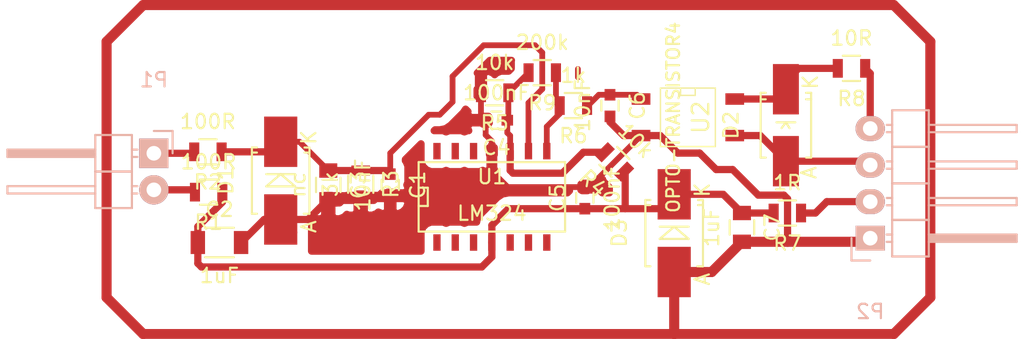
<source format=kicad_pcb>
(kicad_pcb (version 4) (host pcbnew "(2014-10-31 BZR 5243)-product")

  (general
    (links 41)
    (no_connects 0)
    (area 0 0 0 0)
    (thickness 1.6)
    (drawings 0)
    (tracks 134)
    (zones 0)
    (modules 23)
    (nets 13)
  )

  (page A4)
  (layers
    (0 F.Cu signal)
    (31 B.Cu signal)
    (32 B.Adhes user)
    (33 F.Adhes user)
    (34 B.Paste user)
    (35 F.Paste user)
    (36 B.SilkS user)
    (37 F.SilkS user)
    (38 B.Mask user)
    (39 F.Mask user)
    (40 Dwgs.User user)
    (41 Cmts.User user)
    (42 Eco1.User user)
    (43 Eco2.User user)
    (44 Edge.Cuts user)
    (45 Margin user)
    (46 B.CrtYd user)
    (47 F.CrtYd user)
    (48 B.Fab user)
    (49 F.Fab user)
  )

  (setup
    (last_trace_width 0.4)
    (user_trace_width 0.3)
    (user_trace_width 0.4)
    (user_trace_width 0.5)
    (user_trace_width 0.6)
    (user_trace_width 0.7)
    (user_trace_width 0.8)
    (user_trace_width 1)
    (trace_clearance 0.254)
    (zone_clearance 0.6)
    (zone_45_only no)
    (trace_min 0.254)
    (segment_width 0.2)
    (edge_width 0.1)
    (via_size 0.889)
    (via_drill 0.635)
    (via_min_size 0.889)
    (via_min_drill 0.508)
    (uvia_size 0.508)
    (uvia_drill 0.127)
    (uvias_allowed no)
    (uvia_min_size 0.508)
    (uvia_min_drill 0.127)
    (pcb_text_width 0.3)
    (pcb_text_size 1.5 1.5)
    (mod_edge_width 0.15)
    (mod_text_size 1 1)
    (mod_text_width 0.15)
    (pad_size 1.5 1.5)
    (pad_drill 0.6)
    (pad_to_mask_clearance 0)
    (aux_axis_origin 0 0)
    (visible_elements FFFFFF7F)
    (pcbplotparams
      (layerselection 0x00000_00000001)
      (usegerberextensions false)
      (excludeedgelayer true)
      (linewidth 0.100000)
      (plotframeref false)
      (viasonmask false)
      (mode 1)
      (useauxorigin false)
      (hpglpennumber 1)
      (hpglpenspeed 20)
      (hpglpendiameter 15)
      (hpglpenoverlay 2)
      (psnegative false)
      (psa4output true)
      (plotreference true)
      (plotvalue true)
      (plotinvisibletext false)
      (padsonsilk false)
      (subtractmaskfromsilk false)
      (outputformat 2)
      (mirror true)
      (drillshape 1)
      (scaleselection 1)
      (outputdirectory ""))
  )

  (net 0 "")
  (net 1 "Net-(C1-Pad1)")
  (net 2 GND)
  (net 3 +12V)
  (net 4 "Net-(C4-Pad1)")
  (net 5 "Net-(D2-Pad2)")
  (net 6 "Net-(P1-Pad2)")
  (net 7 "Net-(P1-Pad1)")
  (net 8 "Net-(D2-Pad1)")
  (net 9 "Net-(P2-Pad2)")
  (net 10 "Net-(P2-Pad4)")
  (net 11 "Net-(R6-Pad2)")
  (net 12 "Net-(C6-Pad1)")

  (net_class Default "Dies ist die voreingestellte Netzklasse."
    (clearance 0.254)
    (trace_width 0.254)
    (via_dia 0.889)
    (via_drill 0.635)
    (uvia_dia 0.508)
    (uvia_drill 0.127)
    (add_net +12V)
    (add_net "Net-(C6-Pad1)")
    (add_net "Net-(D2-Pad1)")
    (add_net "Net-(D2-Pad2)")
    (add_net "Net-(P1-Pad1)")
    (add_net "Net-(P1-Pad2)")
    (add_net "Net-(P2-Pad2)")
    (add_net "Net-(P2-Pad4)")
    (add_net "Net-(R6-Pad2)")
  )

  (net_class 1 ""
    (clearance 0.18)
    (trace_width 0.254)
    (via_dia 0.889)
    (via_drill 0.635)
    (uvia_dia 0.508)
    (uvia_drill 0.127)
    (add_net GND)
    (add_net "Net-(C1-Pad1)")
    (add_net "Net-(C4-Pad1)")
  )

  (module Capacitors_SMD:C_0603 (layer F.Cu) (tedit 5415D631) (tstamp 54ED0A4D)
    (at 116.2 101.4 270)
    (descr "Capacitor SMD 0603, reflow soldering, AVX (see smccp.pdf)")
    (tags "capacitor 0603")
    (path /54ECF4A0)
    (attr smd)
    (fp_text reference C1 (at 0 -1.9 270) (layer F.SilkS)
      (effects (font (size 1 1) (thickness 0.15)))
    )
    (fp_text value 10nF (at 0 1.9 270) (layer F.SilkS)
      (effects (font (size 1 1) (thickness 0.15)))
    )
    (fp_line (start -1.45 -0.75) (end 1.45 -0.75) (layer F.CrtYd) (width 0.05))
    (fp_line (start -1.45 0.75) (end 1.45 0.75) (layer F.CrtYd) (width 0.05))
    (fp_line (start -1.45 -0.75) (end -1.45 0.75) (layer F.CrtYd) (width 0.05))
    (fp_line (start 1.45 -0.75) (end 1.45 0.75) (layer F.CrtYd) (width 0.05))
    (fp_line (start -0.35 -0.6) (end 0.35 -0.6) (layer F.SilkS) (width 0.15))
    (fp_line (start 0.35 0.6) (end -0.35 0.6) (layer F.SilkS) (width 0.15))
    (pad 1 smd rect (at -0.75 0 270) (size 0.8 0.75) (layers F.Cu F.Paste F.Mask)
      (net 1 "Net-(C1-Pad1)"))
    (pad 2 smd rect (at 0.75 0 270) (size 0.8 0.75) (layers F.Cu F.Paste F.Mask)
      (net 2 GND))
    (model Capacitors_SMD/C_0603.wrl
      (at (xyz 0 0 0))
      (scale (xyz 1 1 1))
      (rotate (xyz 0 0 0))
    )
  )

  (module Capacitors_SMD:C_1206 (layer F.Cu) (tedit 5415D7BD) (tstamp 54ED0A53)
    (at 104.35 105.4)
    (descr "Capacitor SMD 1206, reflow soldering, AVX (see smccp.pdf)")
    (tags "capacitor 1206")
    (path /54ECF9A2)
    (attr smd)
    (fp_text reference C2 (at 0 -2.3) (layer F.SilkS)
      (effects (font (size 1 1) (thickness 0.15)))
    )
    (fp_text value 1uF (at 0 2.3) (layer F.SilkS)
      (effects (font (size 1 1) (thickness 0.15)))
    )
    (fp_line (start -2.3 -1.15) (end 2.3 -1.15) (layer F.CrtYd) (width 0.05))
    (fp_line (start -2.3 1.15) (end 2.3 1.15) (layer F.CrtYd) (width 0.05))
    (fp_line (start -2.3 -1.15) (end -2.3 1.15) (layer F.CrtYd) (width 0.05))
    (fp_line (start 2.3 -1.15) (end 2.3 1.15) (layer F.CrtYd) (width 0.05))
    (fp_line (start 1 -1.025) (end -1 -1.025) (layer F.SilkS) (width 0.15))
    (fp_line (start -1 1.025) (end 1 1.025) (layer F.SilkS) (width 0.15))
    (pad 1 smd rect (at -1.5 0) (size 1 1.6) (layers F.Cu F.Paste F.Mask)
      (net 3 +12V))
    (pad 2 smd rect (at 1.5 0) (size 1 1.6) (layers F.Cu F.Paste F.Mask)
      (net 2 GND))
    (model Capacitors_SMD/C_1206.wrl
      (at (xyz 0 0 0))
      (scale (xyz 1 1 1))
      (rotate (xyz 0 0 0))
    )
  )

  (module Capacitors_SMD:C_0805 (layer F.Cu) (tedit 5415D6EA) (tstamp 54ED0A59)
    (at 111.9 101.4 270)
    (descr "Capacitor SMD 0805, reflow soldering, AVX (see smccp.pdf)")
    (tags "capacitor 0805")
    (path /54ECF4BF)
    (attr smd)
    (fp_text reference C3 (at 0 -2.1 270) (layer F.SilkS)
      (effects (font (size 1 1) (thickness 0.15)))
    )
    (fp_text value nc (at 0 2.1 270) (layer F.SilkS)
      (effects (font (size 1 1) (thickness 0.15)))
    )
    (fp_line (start -1.8 -1) (end 1.8 -1) (layer F.CrtYd) (width 0.05))
    (fp_line (start -1.8 1) (end 1.8 1) (layer F.CrtYd) (width 0.05))
    (fp_line (start -1.8 -1) (end -1.8 1) (layer F.CrtYd) (width 0.05))
    (fp_line (start 1.8 -1) (end 1.8 1) (layer F.CrtYd) (width 0.05))
    (fp_line (start 0.5 -0.85) (end -0.5 -0.85) (layer F.SilkS) (width 0.15))
    (fp_line (start -0.5 0.85) (end 0.5 0.85) (layer F.SilkS) (width 0.15))
    (pad 1 smd rect (at -1 0 270) (size 1 1.25) (layers F.Cu F.Paste F.Mask)
      (net 1 "Net-(C1-Pad1)"))
    (pad 2 smd rect (at 1 0 270) (size 1 1.25) (layers F.Cu F.Paste F.Mask)
      (net 2 GND))
    (model Capacitors_SMD/C_0805.wrl
      (at (xyz 0 0 0))
      (scale (xyz 1 1 1))
      (rotate (xyz 0 0 0))
    )
  )

  (module Capacitors_SMD:C_0603 (layer F.Cu) (tedit 5415D631) (tstamp 54ED0A5F)
    (at 123.571 96.901 180)
    (descr "Capacitor SMD 0603, reflow soldering, AVX (see smccp.pdf)")
    (tags "capacitor 0603")
    (path /54ECFED6)
    (attr smd)
    (fp_text reference C4 (at 0 -1.9 180) (layer F.SilkS)
      (effects (font (size 1 1) (thickness 0.15)))
    )
    (fp_text value 100nF (at 0 1.9 180) (layer F.SilkS)
      (effects (font (size 1 1) (thickness 0.15)))
    )
    (fp_line (start -1.45 -0.75) (end 1.45 -0.75) (layer F.CrtYd) (width 0.05))
    (fp_line (start -1.45 0.75) (end 1.45 0.75) (layer F.CrtYd) (width 0.05))
    (fp_line (start -1.45 -0.75) (end -1.45 0.75) (layer F.CrtYd) (width 0.05))
    (fp_line (start 1.45 -0.75) (end 1.45 0.75) (layer F.CrtYd) (width 0.05))
    (fp_line (start -0.35 -0.6) (end 0.35 -0.6) (layer F.SilkS) (width 0.15))
    (fp_line (start 0.35 0.6) (end -0.35 0.6) (layer F.SilkS) (width 0.15))
    (pad 1 smd rect (at -0.75 0 180) (size 0.8 0.75) (layers F.Cu F.Paste F.Mask)
      (net 4 "Net-(C4-Pad1)"))
    (pad 2 smd rect (at 0.75 0 180) (size 0.8 0.75) (layers F.Cu F.Paste F.Mask)
      (net 2 GND))
    (model Capacitors_SMD/C_0603.wrl
      (at (xyz 0 0 0))
      (scale (xyz 1 1 1))
      (rotate (xyz 0 0 0))
    )
  )

  (module Capacitors_SMD:C_0603 (layer F.Cu) (tedit 5415D631) (tstamp 54F1DEF8)
    (at 129.7 102.3 90)
    (descr "Capacitor SMD 0603, reflow soldering, AVX (see smccp.pdf)")
    (tags "capacitor 0603")
    (path /54ED187B)
    (attr smd)
    (fp_text reference C5 (at 0 -1.9 90) (layer F.SilkS)
      (effects (font (size 1 1) (thickness 0.15)))
    )
    (fp_text value 100nF (at 0 1.9 90) (layer F.SilkS)
      (effects (font (size 1 1) (thickness 0.15)))
    )
    (fp_line (start -1.45 -0.75) (end 1.45 -0.75) (layer F.CrtYd) (width 0.05))
    (fp_line (start -1.45 0.75) (end 1.45 0.75) (layer F.CrtYd) (width 0.05))
    (fp_line (start -1.45 -0.75) (end -1.45 0.75) (layer F.CrtYd) (width 0.05))
    (fp_line (start 1.45 -0.75) (end 1.45 0.75) (layer F.CrtYd) (width 0.05))
    (fp_line (start -0.35 -0.6) (end 0.35 -0.6) (layer F.SilkS) (width 0.15))
    (fp_line (start 0.35 0.6) (end -0.35 0.6) (layer F.SilkS) (width 0.15))
    (pad 1 smd rect (at -0.75 0 90) (size 0.8 0.75) (layers F.Cu F.Paste F.Mask)
      (net 3 +12V))
    (pad 2 smd rect (at 0.75 0 90) (size 0.8 0.75) (layers F.Cu F.Paste F.Mask)
      (net 2 GND))
    (model Capacitors_SMD/C_0603.wrl
      (at (xyz 0 0 0))
      (scale (xyz 1 1 1))
      (rotate (xyz 0 0 0))
    )
  )

  (module Capacitors_SMD:C_0805 (layer F.Cu) (tedit 5415D6EA) (tstamp 54ED0A71)
    (at 140.6 104.35 270)
    (descr "Capacitor SMD 0805, reflow soldering, AVX (see smccp.pdf)")
    (tags "capacitor 0805")
    (path /54ED0B4D)
    (attr smd)
    (fp_text reference C7 (at 0 -2.1 270) (layer F.SilkS)
      (effects (font (size 1 1) (thickness 0.15)))
    )
    (fp_text value 1uF (at 0 2.1 270) (layer F.SilkS)
      (effects (font (size 1 1) (thickness 0.15)))
    )
    (fp_line (start -1.8 -1) (end 1.8 -1) (layer F.CrtYd) (width 0.05))
    (fp_line (start -1.8 1) (end 1.8 1) (layer F.CrtYd) (width 0.05))
    (fp_line (start -1.8 -1) (end -1.8 1) (layer F.CrtYd) (width 0.05))
    (fp_line (start 1.8 -1) (end 1.8 1) (layer F.CrtYd) (width 0.05))
    (fp_line (start 0.5 -0.85) (end -0.5 -0.85) (layer F.SilkS) (width 0.15))
    (fp_line (start -0.5 0.85) (end 0.5 0.85) (layer F.SilkS) (width 0.15))
    (pad 1 smd rect (at -1 0 270) (size 1 1.25) (layers F.Cu F.Paste F.Mask)
      (net 3 +12V))
    (pad 2 smd rect (at 1 0 270) (size 1 1.25) (layers F.Cu F.Paste F.Mask)
      (net 2 GND))
    (model Capacitors_SMD/C_0805.wrl
      (at (xyz 0 0 0))
      (scale (xyz 1 1 1))
      (rotate (xyz 0 0 0))
    )
  )

  (module Diodes_SMD:Diode-SMB_Handsoldering (layer F.Cu) (tedit 54ED0A11) (tstamp 54ED0A77)
    (at 108.6 101.1 90)
    (descr "Diode SMB Handsoldering")
    (tags "Diode SMB Handsoldering")
    (path /54ECF4E8)
    (attr smd)
    (fp_text reference D1 (at 0 -3.81 90) (layer F.SilkS)
      (effects (font (size 1 1) (thickness 0.15)))
    )
    (fp_text value ZENER_15V (at 0 3.81 90) (layer F.SilkS) hide
      (effects (font (size 1 1) (thickness 0.15)))
    )
    (fp_line (start 0.44958 0) (end -0.39878 -1.00076) (layer F.SilkS) (width 0.15))
    (fp_line (start -0.39878 -1.00076) (end -0.39878 1.00076) (layer F.SilkS) (width 0.15))
    (fp_line (start -0.39878 1.00076) (end 0.44958 0) (layer F.SilkS) (width 0.15))
    (fp_line (start 0.44958 0) (end 0.44958 1.00076) (layer F.SilkS) (width 0.15))
    (fp_line (start 0.44958 0) (end 0.44958 -1.00076) (layer F.SilkS) (width 0.15))
    (fp_text user A (at -3.2004 1.95072 90) (layer F.SilkS)
      (effects (font (size 1 1) (thickness 0.15)))
    )
    (fp_text user K (at 2.99974 1.95072 90) (layer F.SilkS)
      (effects (font (size 1 1) (thickness 0.15)))
    )
    (fp_line (start -2.30124 1.75006) (end -2.30124 1.6002) (layer F.SilkS) (width 0.15))
    (fp_line (start 1.95072 1.75006) (end 1.95072 1.651) (layer F.SilkS) (width 0.15))
    (fp_line (start 2.30124 1.75006) (end 2.30124 1.651) (layer F.SilkS) (width 0.15))
    (fp_line (start -2.30124 -1.75006) (end -2.30124 -1.651) (layer F.SilkS) (width 0.15))
    (fp_line (start 1.95072 -1.75006) (end 1.95072 -1.651) (layer F.SilkS) (width 0.15))
    (fp_line (start 2.30124 -1.75006) (end 2.30124 -1.651) (layer F.SilkS) (width 0.15))
    (fp_line (start 1.95072 1.99898) (end 1.95072 1.80086) (layer F.SilkS) (width 0.15))
    (fp_line (start 1.95072 -1.99898) (end 1.95072 -1.80086) (layer F.SilkS) (width 0.15))
    (fp_line (start 2.29616 1.99644) (end 2.29616 1.79832) (layer F.SilkS) (width 0.15))
    (fp_line (start -2.30632 1.99644) (end 2.29616 1.99644) (layer F.SilkS) (width 0.15))
    (fp_line (start -2.30632 1.99644) (end -2.30632 1.79832) (layer F.SilkS) (width 0.15))
    (fp_line (start -2.30124 -1.99898) (end -2.30124 -1.80086) (layer F.SilkS) (width 0.15))
    (fp_line (start -2.30124 -1.99898) (end 2.30124 -1.99898) (layer F.SilkS) (width 0.15))
    (fp_line (start 2.30124 -1.99898) (end 2.30124 -1.80086) (layer F.SilkS) (width 0.15))
    (pad 1 smd rect (at -2.70002 0 90) (size 3.50012 2.30124) (layers F.Cu F.Paste F.Mask)
      (net 2 GND))
    (pad 2 smd rect (at 2.70002 0 90) (size 3.50012 2.30124) (layers F.Cu F.Paste F.Mask)
      (net 1 "Net-(C1-Pad1)"))
    (model Diodes_SMD/Diode-SMB_Handsoldering.wrl
      (at (xyz 0 0 0))
      (scale (xyz 0.3937 0.3937 0.3937))
      (rotate (xyz 0 0 0))
    )
  )

  (module Diodes_SMD:Diode-SMA_Handsoldering (layer F.Cu) (tedit 5403E4F0) (tstamp 54ED0A7D)
    (at 143.65 97.25 90)
    (descr "Diode SMA Handsoldering")
    (tags "Diode SMA Handsoldering")
    (path /54F1DF54)
    (attr smd)
    (fp_text reference D2 (at 0 -3.81 90) (layer F.SilkS)
      (effects (font (size 1 1) (thickness 0.15)))
    )
    (fp_text value ZENER_15V (at 0 3.81 90) (layer F.SilkS) hide
      (effects (font (size 1 1) (thickness 0.15)))
    )
    (fp_line (start 0.20066 -0.65024) (end 0.20066 0.65024) (layer F.SilkS) (width 0.15))
    (fp_line (start 0.20066 0) (end -0.20066 0.24892) (layer F.SilkS) (width 0.15))
    (fp_line (start 0.20066 0) (end -0.20066 -0.29972) (layer F.SilkS) (width 0.15))
    (fp_text user A (at -3.29946 1.6002 90) (layer F.SilkS)
      (effects (font (size 1 1) (thickness 0.15)))
    )
    (fp_text user K (at 2.99974 1.69926 90) (layer F.SilkS)
      (effects (font (size 1 1) (thickness 0.15)))
    )
    (fp_line (start 1.80086 1.75006) (end 1.80086 1.39954) (layer F.SilkS) (width 0.15))
    (fp_line (start 1.80086 -1.75006) (end 1.80086 -1.39954) (layer F.SilkS) (width 0.15))
    (fp_line (start 2.25044 1.75006) (end 2.25044 1.39954) (layer F.SilkS) (width 0.15))
    (fp_line (start -2.25044 1.75006) (end -2.25044 1.39954) (layer F.SilkS) (width 0.15))
    (fp_line (start -2.25044 -1.75006) (end -2.25044 -1.39954) (layer F.SilkS) (width 0.15))
    (fp_line (start 2.25044 -1.75006) (end 2.25044 -1.39954) (layer F.SilkS) (width 0.15))
    (fp_line (start -2.25044 1.75006) (end 2.25044 1.75006) (layer F.SilkS) (width 0.15))
    (fp_line (start -2.25044 -1.75006) (end 2.25044 -1.75006) (layer F.SilkS) (width 0.15))
    (pad 1 smd rect (at -2.49936 0 90) (size 3.50012 1.80086) (layers F.Cu F.Paste F.Mask)
      (net 8 "Net-(D2-Pad1)"))
    (pad 2 smd rect (at 2.49936 0 90) (size 3.50012 1.80086) (layers F.Cu F.Paste F.Mask)
      (net 5 "Net-(D2-Pad2)"))
    (model Diodes_SMD/Diode-SMA_Handsoldering.wrl
      (at (xyz 0 0 0))
      (scale (xyz 0.3937 0.3937 0.3937))
      (rotate (xyz 0 0 0))
    )
  )

  (module Diodes_SMD:Diode-SMB_Handsoldering (layer F.Cu) (tedit 54ED0A11) (tstamp 54F1DA54)
    (at 135.9 104.75 90)
    (descr "Diode SMB Handsoldering")
    (tags "Diode SMB Handsoldering")
    (path /54ED0D5B)
    (attr smd)
    (fp_text reference D3 (at 0 -3.81 90) (layer F.SilkS)
      (effects (font (size 1 1) (thickness 0.15)))
    )
    (fp_text value ZENER_18V (at 0 3.81 90) (layer F.SilkS) hide
      (effects (font (size 1 1) (thickness 0.15)))
    )
    (fp_line (start 0.44958 0) (end -0.39878 -1.00076) (layer F.SilkS) (width 0.15))
    (fp_line (start -0.39878 -1.00076) (end -0.39878 1.00076) (layer F.SilkS) (width 0.15))
    (fp_line (start -0.39878 1.00076) (end 0.44958 0) (layer F.SilkS) (width 0.15))
    (fp_line (start 0.44958 0) (end 0.44958 1.00076) (layer F.SilkS) (width 0.15))
    (fp_line (start 0.44958 0) (end 0.44958 -1.00076) (layer F.SilkS) (width 0.15))
    (fp_text user A (at -3.2004 1.95072 90) (layer F.SilkS)
      (effects (font (size 1 1) (thickness 0.15)))
    )
    (fp_text user K (at 2.99974 1.95072 90) (layer F.SilkS)
      (effects (font (size 1 1) (thickness 0.15)))
    )
    (fp_line (start -2.30124 1.75006) (end -2.30124 1.6002) (layer F.SilkS) (width 0.15))
    (fp_line (start 1.95072 1.75006) (end 1.95072 1.651) (layer F.SilkS) (width 0.15))
    (fp_line (start 2.30124 1.75006) (end 2.30124 1.651) (layer F.SilkS) (width 0.15))
    (fp_line (start -2.30124 -1.75006) (end -2.30124 -1.651) (layer F.SilkS) (width 0.15))
    (fp_line (start 1.95072 -1.75006) (end 1.95072 -1.651) (layer F.SilkS) (width 0.15))
    (fp_line (start 2.30124 -1.75006) (end 2.30124 -1.651) (layer F.SilkS) (width 0.15))
    (fp_line (start 1.95072 1.99898) (end 1.95072 1.80086) (layer F.SilkS) (width 0.15))
    (fp_line (start 1.95072 -1.99898) (end 1.95072 -1.80086) (layer F.SilkS) (width 0.15))
    (fp_line (start 2.29616 1.99644) (end 2.29616 1.79832) (layer F.SilkS) (width 0.15))
    (fp_line (start -2.30632 1.99644) (end 2.29616 1.99644) (layer F.SilkS) (width 0.15))
    (fp_line (start -2.30632 1.99644) (end -2.30632 1.79832) (layer F.SilkS) (width 0.15))
    (fp_line (start -2.30124 -1.99898) (end -2.30124 -1.80086) (layer F.SilkS) (width 0.15))
    (fp_line (start -2.30124 -1.99898) (end 2.30124 -1.99898) (layer F.SilkS) (width 0.15))
    (fp_line (start 2.30124 -1.99898) (end 2.30124 -1.80086) (layer F.SilkS) (width 0.15))
    (pad 1 smd rect (at -2.70002 0 90) (size 3.50012 2.30124) (layers F.Cu F.Paste F.Mask)
      (net 2 GND))
    (pad 2 smd rect (at 2.70002 0 90) (size 3.50012 2.30124) (layers F.Cu F.Paste F.Mask)
      (net 3 +12V))
    (model Diodes_SMD/Diode-SMB_Handsoldering.wrl
      (at (xyz 0 0 0))
      (scale (xyz 0.3937 0.3937 0.3937))
      (rotate (xyz 0 0 0))
    )
  )

  (module Resistors_SMD:R_0805 (layer F.Cu) (tedit 5415CDEB) (tstamp 54ED0A89)
    (at 103.6 101.9 180)
    (descr "Resistor SMD 0805, reflow soldering, Vishay (see dcrcw.pdf)")
    (tags "resistor 0805")
    (path /54ECF831)
    (attr smd)
    (fp_text reference R1 (at 0 -2.1 180) (layer F.SilkS)
      (effects (font (size 1 1) (thickness 0.15)))
    )
    (fp_text value 100R (at 0 2.1 180) (layer F.SilkS)
      (effects (font (size 1 1) (thickness 0.15)))
    )
    (fp_line (start -1.6 -1) (end 1.6 -1) (layer F.CrtYd) (width 0.05))
    (fp_line (start -1.6 1) (end 1.6 1) (layer F.CrtYd) (width 0.05))
    (fp_line (start -1.6 -1) (end -1.6 1) (layer F.CrtYd) (width 0.05))
    (fp_line (start 1.6 -1) (end 1.6 1) (layer F.CrtYd) (width 0.05))
    (fp_line (start 0.6 0.875) (end -0.6 0.875) (layer F.SilkS) (width 0.15))
    (fp_line (start -0.6 -0.875) (end 0.6 -0.875) (layer F.SilkS) (width 0.15))
    (pad 1 smd rect (at -0.95 0 180) (size 0.7 1.3) (layers F.Cu F.Paste F.Mask)
      (net 3 +12V))
    (pad 2 smd rect (at 0.95 0 180) (size 0.7 1.3) (layers F.Cu F.Paste F.Mask)
      (net 6 "Net-(P1-Pad2)"))
    (model Resistors_SMD/R_0805.wrl
      (at (xyz 0 0 0))
      (scale (xyz 1 1 1))
      (rotate (xyz 0 0 0))
    )
  )

  (module Resistors_SMD:R_0805 (layer F.Cu) (tedit 5415CDEB) (tstamp 54ED0A8F)
    (at 103.55 99.1 180)
    (descr "Resistor SMD 0805, reflow soldering, Vishay (see dcrcw.pdf)")
    (tags "resistor 0805")
    (path /54ECF5EE)
    (attr smd)
    (fp_text reference R2 (at 0 -2.1 180) (layer F.SilkS)
      (effects (font (size 1 1) (thickness 0.15)))
    )
    (fp_text value 100R (at 0 2.1 180) (layer F.SilkS)
      (effects (font (size 1 1) (thickness 0.15)))
    )
    (fp_line (start -1.6 -1) (end 1.6 -1) (layer F.CrtYd) (width 0.05))
    (fp_line (start -1.6 1) (end 1.6 1) (layer F.CrtYd) (width 0.05))
    (fp_line (start -1.6 -1) (end -1.6 1) (layer F.CrtYd) (width 0.05))
    (fp_line (start 1.6 -1) (end 1.6 1) (layer F.CrtYd) (width 0.05))
    (fp_line (start 0.6 0.875) (end -0.6 0.875) (layer F.SilkS) (width 0.15))
    (fp_line (start -0.6 -0.875) (end 0.6 -0.875) (layer F.SilkS) (width 0.15))
    (pad 1 smd rect (at -0.95 0 180) (size 0.7 1.3) (layers F.Cu F.Paste F.Mask)
      (net 1 "Net-(C1-Pad1)"))
    (pad 2 smd rect (at 0.95 0 180) (size 0.7 1.3) (layers F.Cu F.Paste F.Mask)
      (net 7 "Net-(P1-Pad1)"))
    (model Resistors_SMD/R_0805.wrl
      (at (xyz 0 0 0))
      (scale (xyz 1 1 1))
      (rotate (xyz 0 0 0))
    )
  )

  (module Resistors_SMD:R_0805 (layer F.Cu) (tedit 5415CDEB) (tstamp 54ED0A95)
    (at 114.15 101.35 270)
    (descr "Resistor SMD 0805, reflow soldering, Vishay (see dcrcw.pdf)")
    (tags "resistor 0805")
    (path /54ECF43D)
    (attr smd)
    (fp_text reference R3 (at 0 -2.1 270) (layer F.SilkS)
      (effects (font (size 1 1) (thickness 0.15)))
    )
    (fp_text value 3k (at 0 2.1 270) (layer F.SilkS)
      (effects (font (size 1 1) (thickness 0.15)))
    )
    (fp_line (start -1.6 -1) (end 1.6 -1) (layer F.CrtYd) (width 0.05))
    (fp_line (start -1.6 1) (end 1.6 1) (layer F.CrtYd) (width 0.05))
    (fp_line (start -1.6 -1) (end -1.6 1) (layer F.CrtYd) (width 0.05))
    (fp_line (start 1.6 -1) (end 1.6 1) (layer F.CrtYd) (width 0.05))
    (fp_line (start 0.6 0.875) (end -0.6 0.875) (layer F.SilkS) (width 0.15))
    (fp_line (start -0.6 -0.875) (end 0.6 -0.875) (layer F.SilkS) (width 0.15))
    (pad 1 smd rect (at -0.95 0 270) (size 0.7 1.3) (layers F.Cu F.Paste F.Mask)
      (net 1 "Net-(C1-Pad1)"))
    (pad 2 smd rect (at 0.95 0 270) (size 0.7 1.3) (layers F.Cu F.Paste F.Mask)
      (net 2 GND))
    (model Resistors_SMD/R_0805.wrl
      (at (xyz 0 0 0))
      (scale (xyz 1 1 1))
      (rotate (xyz 0 0 0))
    )
  )

  (module Resistors_SMD:R_0805 (layer F.Cu) (tedit 5415CDEB) (tstamp 54ED0A9B)
    (at 131.75 99.8 135)
    (descr "Resistor SMD 0805, reflow soldering, Vishay (see dcrcw.pdf)")
    (tags "resistor 0805")
    (path /54ECFD26)
    (attr smd)
    (fp_text reference R4 (at 0 -2.1 135) (layer F.SilkS)
      (effects (font (size 1 1) (thickness 0.15)))
    )
    (fp_text value 10k (at 0 2.1 135) (layer F.SilkS)
      (effects (font (size 1 1) (thickness 0.15)))
    )
    (fp_line (start -1.6 -1) (end 1.6 -1) (layer F.CrtYd) (width 0.05))
    (fp_line (start -1.6 1) (end 1.6 1) (layer F.CrtYd) (width 0.05))
    (fp_line (start -1.6 -1) (end -1.6 1) (layer F.CrtYd) (width 0.05))
    (fp_line (start 1.6 -1) (end 1.6 1) (layer F.CrtYd) (width 0.05))
    (fp_line (start 0.6 0.875) (end -0.6 0.875) (layer F.SilkS) (width 0.15))
    (fp_line (start -0.6 -0.875) (end 0.6 -0.875) (layer F.SilkS) (width 0.15))
    (pad 1 smd rect (at -0.95 0 135) (size 0.7 1.3) (layers F.Cu F.Paste F.Mask)
      (net 3 +12V))
    (pad 2 smd rect (at 0.95 0 135) (size 0.7 1.3) (layers F.Cu F.Paste F.Mask)
      (net 4 "Net-(C4-Pad1)"))
    (model Resistors_SMD/R_0805.wrl
      (at (xyz 0 0 0))
      (scale (xyz 1 1 1))
      (rotate (xyz 0 0 0))
    )
  )

  (module Resistors_SMD:R_0805 (layer F.Cu) (tedit 5415CDEB) (tstamp 54ED0AA1)
    (at 123.444 94.996 180)
    (descr "Resistor SMD 0805, reflow soldering, Vishay (see dcrcw.pdf)")
    (tags "resistor 0805")
    (path /54ECFE78)
    (attr smd)
    (fp_text reference R5 (at 0 -2.1 180) (layer F.SilkS)
      (effects (font (size 1 1) (thickness 0.15)))
    )
    (fp_text value 10k (at 0 2.1 180) (layer F.SilkS)
      (effects (font (size 1 1) (thickness 0.15)))
    )
    (fp_line (start -1.6 -1) (end 1.6 -1) (layer F.CrtYd) (width 0.05))
    (fp_line (start -1.6 1) (end 1.6 1) (layer F.CrtYd) (width 0.05))
    (fp_line (start -1.6 -1) (end -1.6 1) (layer F.CrtYd) (width 0.05))
    (fp_line (start 1.6 -1) (end 1.6 1) (layer F.CrtYd) (width 0.05))
    (fp_line (start 0.6 0.875) (end -0.6 0.875) (layer F.SilkS) (width 0.15))
    (fp_line (start -0.6 -0.875) (end 0.6 -0.875) (layer F.SilkS) (width 0.15))
    (pad 1 smd rect (at -0.95 0 180) (size 0.7 1.3) (layers F.Cu F.Paste F.Mask)
      (net 4 "Net-(C4-Pad1)"))
    (pad 2 smd rect (at 0.95 0 180) (size 0.7 1.3) (layers F.Cu F.Paste F.Mask)
      (net 2 GND))
    (model Resistors_SMD/R_0805.wrl
      (at (xyz 0 0 0))
      (scale (xyz 1 1 1))
      (rotate (xyz 0 0 0))
    )
  )

  (module Resistors_SMD:R_0805 (layer F.Cu) (tedit 5415CDEB) (tstamp 54ED0AA7)
    (at 128.905 95.885 180)
    (descr "Resistor SMD 0805, reflow soldering, Vishay (see dcrcw.pdf)")
    (tags "resistor 0805")
    (path /54ED0203)
    (attr smd)
    (fp_text reference R6 (at 0 -2.1 180) (layer F.SilkS)
      (effects (font (size 1 1) (thickness 0.15)))
    )
    (fp_text value 1k (at 0 2.1 180) (layer F.SilkS)
      (effects (font (size 1 1) (thickness 0.15)))
    )
    (fp_line (start -1.6 -1) (end 1.6 -1) (layer F.CrtYd) (width 0.05))
    (fp_line (start -1.6 1) (end 1.6 1) (layer F.CrtYd) (width 0.05))
    (fp_line (start -1.6 -1) (end -1.6 1) (layer F.CrtYd) (width 0.05))
    (fp_line (start 1.6 -1) (end 1.6 1) (layer F.CrtYd) (width 0.05))
    (fp_line (start 0.6 0.875) (end -0.6 0.875) (layer F.SilkS) (width 0.15))
    (fp_line (start -0.6 -0.875) (end 0.6 -0.875) (layer F.SilkS) (width 0.15))
    (pad 1 smd rect (at -0.95 0 180) (size 0.7 1.3) (layers F.Cu F.Paste F.Mask)
      (net 12 "Net-(C6-Pad1)"))
    (pad 2 smd rect (at 0.95 0 180) (size 0.7 1.3) (layers F.Cu F.Paste F.Mask)
      (net 11 "Net-(R6-Pad2)"))
    (model Resistors_SMD/R_0805.wrl
      (at (xyz 0 0 0))
      (scale (xyz 1 1 1))
      (rotate (xyz 0 0 0))
    )
  )

  (module Resistors_SMD:R_0805 (layer F.Cu) (tedit 5415CDEB) (tstamp 54ED0AAD)
    (at 143.75 103.35 180)
    (descr "Resistor SMD 0805, reflow soldering, Vishay (see dcrcw.pdf)")
    (tags "resistor 0805")
    (path /54ED0ABC)
    (attr smd)
    (fp_text reference R7 (at 0 -2.1 180) (layer F.SilkS)
      (effects (font (size 1 1) (thickness 0.15)))
    )
    (fp_text value 1R (at 0 2.1 180) (layer F.SilkS)
      (effects (font (size 1 1) (thickness 0.15)))
    )
    (fp_line (start -1.6 -1) (end 1.6 -1) (layer F.CrtYd) (width 0.05))
    (fp_line (start -1.6 1) (end 1.6 1) (layer F.CrtYd) (width 0.05))
    (fp_line (start -1.6 -1) (end -1.6 1) (layer F.CrtYd) (width 0.05))
    (fp_line (start 1.6 -1) (end 1.6 1) (layer F.CrtYd) (width 0.05))
    (fp_line (start 0.6 0.875) (end -0.6 0.875) (layer F.SilkS) (width 0.15))
    (fp_line (start -0.6 -0.875) (end 0.6 -0.875) (layer F.SilkS) (width 0.15))
    (pad 1 smd rect (at -0.95 0 180) (size 0.7 1.3) (layers F.Cu F.Paste F.Mask)
      (net 9 "Net-(P2-Pad2)"))
    (pad 2 smd rect (at 0.95 0 180) (size 0.7 1.3) (layers F.Cu F.Paste F.Mask)
      (net 3 +12V))
    (model Resistors_SMD/R_0805.wrl
      (at (xyz 0 0 0))
      (scale (xyz 1 1 1))
      (rotate (xyz 0 0 0))
    )
  )

  (module SMD_Packages:SOIC-14_N (layer F.Cu) (tedit 54ED0A11) (tstamp 54ED0ABF)
    (at 123.25 102.1)
    (descr "Module CMS SOJ 14 pins Large")
    (tags "CMS SOJ")
    (path /54F1FF3A)
    (attr smd)
    (fp_text reference U1 (at 0 -1.27) (layer F.SilkS)
      (effects (font (size 1 1) (thickness 0.15)))
    )
    (fp_text value LM324 (at 0 1.27) (layer F.SilkS)
      (effects (font (size 1 1) (thickness 0.15)))
    )
    (fp_line (start 5.08 -2.286) (end 5.08 2.54) (layer F.SilkS) (width 0.15))
    (fp_line (start 5.08 2.54) (end -5.08 2.54) (layer F.SilkS) (width 0.15))
    (fp_line (start -5.08 2.54) (end -5.08 -2.286) (layer F.SilkS) (width 0.15))
    (fp_line (start -5.08 -2.286) (end 5.08 -2.286) (layer F.SilkS) (width 0.15))
    (fp_line (start -5.08 -0.508) (end -4.445 -0.508) (layer F.SilkS) (width 0.15))
    (fp_line (start -4.445 -0.508) (end -4.445 0.762) (layer F.SilkS) (width 0.15))
    (fp_line (start -4.445 0.762) (end -5.08 0.762) (layer F.SilkS) (width 0.15))
    (pad 1 smd rect (at -3.81 3.302) (size 0.508 1.143) (layers F.Cu F.Paste F.Mask))
    (pad 2 smd rect (at -2.54 3.302) (size 0.508 1.143) (layers F.Cu F.Paste F.Mask))
    (pad 3 smd rect (at -1.27 3.302) (size 0.508 1.143) (layers F.Cu F.Paste F.Mask))
    (pad 4 smd rect (at 0 3.302) (size 0.508 1.143) (layers F.Cu F.Paste F.Mask)
      (net 3 +12V))
    (pad 5 smd rect (at 1.27 3.302) (size 0.508 1.143) (layers F.Cu F.Paste F.Mask))
    (pad 6 smd rect (at 2.54 3.302) (size 0.508 1.143) (layers F.Cu F.Paste F.Mask))
    (pad 7 smd rect (at 3.81 3.302) (size 0.508 1.143) (layers F.Cu F.Paste F.Mask))
    (pad 8 smd rect (at 3.81 -3.048) (size 0.508 1.143) (layers F.Cu F.Paste F.Mask)
      (net 11 "Net-(R6-Pad2)"))
    (pad 9 smd rect (at 2.54 -3.048) (size 0.508 1.143) (layers F.Cu F.Paste F.Mask)
      (net 1 "Net-(C1-Pad1)"))
    (pad 11 smd rect (at 0 -3.048) (size 0.508 1.143) (layers F.Cu F.Paste F.Mask)
      (net 2 GND))
    (pad 12 smd rect (at -1.27 -3.048) (size 0.508 1.143) (layers F.Cu F.Paste F.Mask))
    (pad 13 smd rect (at -2.54 -3.048) (size 0.508 1.143) (layers F.Cu F.Paste F.Mask))
    (pad 14 smd rect (at -3.81 -3.048) (size 0.508 1.143) (layers F.Cu F.Paste F.Mask))
    (pad 10 smd rect (at 1.27 -3.048) (size 0.508 1.143) (layers F.Cu F.Paste F.Mask)
      (net 4 "Net-(C4-Pad1)"))
    (model SMD_Packages/SOIC-14_N.wrl
      (at (xyz 0 0 0))
      (scale (xyz 0.5 0.4 0.5))
      (rotate (xyz 0 0 0))
    )
  )

  (module Pin_Headers:Pin_Header_Angled_1x02 (layer B.Cu) (tedit 54F1D6DD) (tstamp 54F1D73B)
    (at 99.8 99.2 180)
    (descr "Through hole pin header")
    (tags "pin header")
    (path /54ECF3C9)
    (fp_text reference P1 (at 0 5.1 180) (layer B.SilkS)
      (effects (font (size 1 1) (thickness 0.15)) (justify mirror))
    )
    (fp_text value "Anschluss Kantentaster" (at 0 3.1 180) (layer B.SilkS) hide
      (effects (font (size 1 1) (thickness 0.15)) (justify mirror))
    )
    (fp_line (start -1.5 1.75) (end -1.5 -4.3) (layer B.CrtYd) (width 0.05))
    (fp_line (start 10.65 1.75) (end 10.65 -4.3) (layer B.CrtYd) (width 0.05))
    (fp_line (start -1.5 1.75) (end 10.65 1.75) (layer B.CrtYd) (width 0.05))
    (fp_line (start -1.5 -4.3) (end 10.65 -4.3) (layer B.CrtYd) (width 0.05))
    (fp_line (start -1.3 1.55) (end -1.3 0) (layer B.SilkS) (width 0.15))
    (fp_line (start 0 1.55) (end -1.3 1.55) (layer B.SilkS) (width 0.15))
    (fp_line (start 4.191 0.127) (end 10.033 0.127) (layer B.SilkS) (width 0.15))
    (fp_line (start 10.033 0.127) (end 10.033 -0.127) (layer B.SilkS) (width 0.15))
    (fp_line (start 10.033 -0.127) (end 4.191 -0.127) (layer B.SilkS) (width 0.15))
    (fp_line (start 4.191 -0.127) (end 4.191 0) (layer B.SilkS) (width 0.15))
    (fp_line (start 4.191 0) (end 10.033 0) (layer B.SilkS) (width 0.15))
    (fp_line (start 1.524 0.254) (end 1.143 0.254) (layer B.SilkS) (width 0.15))
    (fp_line (start 1.524 -0.254) (end 1.143 -0.254) (layer B.SilkS) (width 0.15))
    (fp_line (start 1.524 -2.286) (end 1.143 -2.286) (layer B.SilkS) (width 0.15))
    (fp_line (start 1.524 -2.794) (end 1.143 -2.794) (layer B.SilkS) (width 0.15))
    (fp_line (start 1.524 1.27) (end 4.064 1.27) (layer B.SilkS) (width 0.15))
    (fp_line (start 1.524 -1.27) (end 4.064 -1.27) (layer B.SilkS) (width 0.15))
    (fp_line (start 1.524 -1.27) (end 1.524 -3.81) (layer B.SilkS) (width 0.15))
    (fp_line (start 1.524 -3.81) (end 4.064 -3.81) (layer B.SilkS) (width 0.15))
    (fp_line (start 4.064 -2.286) (end 10.16 -2.286) (layer B.SilkS) (width 0.15))
    (fp_line (start 10.16 -2.286) (end 10.16 -2.794) (layer B.SilkS) (width 0.15))
    (fp_line (start 10.16 -2.794) (end 4.064 -2.794) (layer B.SilkS) (width 0.15))
    (fp_line (start 4.064 -3.81) (end 4.064 -1.27) (layer B.SilkS) (width 0.15))
    (fp_line (start 4.064 -1.27) (end 4.064 1.27) (layer B.SilkS) (width 0.15))
    (fp_line (start 10.16 -0.254) (end 4.064 -0.254) (layer B.SilkS) (width 0.15))
    (fp_line (start 10.16 0.254) (end 10.16 -0.254) (layer B.SilkS) (width 0.15))
    (fp_line (start 4.064 0.254) (end 10.16 0.254) (layer B.SilkS) (width 0.15))
    (fp_line (start 1.524 -1.27) (end 4.064 -1.27) (layer B.SilkS) (width 0.15))
    (fp_line (start 1.524 1.27) (end 1.524 -1.27) (layer B.SilkS) (width 0.15))
    (pad 1 thru_hole rect (at 0 0 180) (size 2.032 2.032) (drill 1.016) (layers *.Cu *.Mask B.SilkS)
      (net 7 "Net-(P1-Pad1)"))
    (pad 2 thru_hole oval (at 0 -2.54 180) (size 2.032 2.032) (drill 1.016) (layers *.Cu *.Mask B.SilkS)
      (net 6 "Net-(P1-Pad2)"))
    (model Pin_Headers/Pin_Header_Angled_1x02.wrl
      (at (xyz 0 -0.05 0))
      (scale (xyz 1 1 1))
      (rotate (xyz 0 0 90))
    )
  )

  (module Pin_Headers:Pin_Header_Angled_1x04 (layer B.Cu) (tedit 54F1D6DD) (tstamp 54F1D743)
    (at 149.5 105.1)
    (descr "Through hole pin header")
    (tags "pin header")
    (path /54F1D48A)
    (fp_text reference P2 (at 0 5.1) (layer B.SilkS)
      (effects (font (size 1 1) (thickness 0.15)) (justify mirror))
    )
    (fp_text value CONN_01X04 (at 0 3.1) (layer B.SilkS) hide
      (effects (font (size 1 1) (thickness 0.15)) (justify mirror))
    )
    (fp_line (start -1.5 1.75) (end -1.5 -9.4) (layer B.CrtYd) (width 0.05))
    (fp_line (start 10.65 1.75) (end 10.65 -9.4) (layer B.CrtYd) (width 0.05))
    (fp_line (start -1.5 1.75) (end 10.65 1.75) (layer B.CrtYd) (width 0.05))
    (fp_line (start -1.5 -9.4) (end 10.65 -9.4) (layer B.CrtYd) (width 0.05))
    (fp_line (start -1.3 1.55) (end -1.3 0) (layer B.SilkS) (width 0.15))
    (fp_line (start 0 1.55) (end -1.3 1.55) (layer B.SilkS) (width 0.15))
    (fp_line (start 4.191 0.127) (end 10.033 0.127) (layer B.SilkS) (width 0.15))
    (fp_line (start 10.033 0.127) (end 10.033 -0.127) (layer B.SilkS) (width 0.15))
    (fp_line (start 10.033 -0.127) (end 4.191 -0.127) (layer B.SilkS) (width 0.15))
    (fp_line (start 4.191 -0.127) (end 4.191 0) (layer B.SilkS) (width 0.15))
    (fp_line (start 4.191 0) (end 10.033 0) (layer B.SilkS) (width 0.15))
    (fp_line (start 1.524 0.254) (end 1.143 0.254) (layer B.SilkS) (width 0.15))
    (fp_line (start 1.524 -0.254) (end 1.143 -0.254) (layer B.SilkS) (width 0.15))
    (fp_line (start 1.524 -2.286) (end 1.143 -2.286) (layer B.SilkS) (width 0.15))
    (fp_line (start 1.524 -2.794) (end 1.143 -2.794) (layer B.SilkS) (width 0.15))
    (fp_line (start 1.524 -4.826) (end 1.143 -4.826) (layer B.SilkS) (width 0.15))
    (fp_line (start 1.524 -5.334) (end 1.143 -5.334) (layer B.SilkS) (width 0.15))
    (fp_line (start 1.524 -7.874) (end 1.143 -7.874) (layer B.SilkS) (width 0.15))
    (fp_line (start 1.524 -7.366) (end 1.143 -7.366) (layer B.SilkS) (width 0.15))
    (fp_line (start 1.524 1.27) (end 4.064 1.27) (layer B.SilkS) (width 0.15))
    (fp_line (start 1.524 -1.27) (end 4.064 -1.27) (layer B.SilkS) (width 0.15))
    (fp_line (start 1.524 -1.27) (end 1.524 -3.81) (layer B.SilkS) (width 0.15))
    (fp_line (start 1.524 -3.81) (end 4.064 -3.81) (layer B.SilkS) (width 0.15))
    (fp_line (start 4.064 -2.286) (end 10.16 -2.286) (layer B.SilkS) (width 0.15))
    (fp_line (start 10.16 -2.286) (end 10.16 -2.794) (layer B.SilkS) (width 0.15))
    (fp_line (start 10.16 -2.794) (end 4.064 -2.794) (layer B.SilkS) (width 0.15))
    (fp_line (start 4.064 -3.81) (end 4.064 -1.27) (layer B.SilkS) (width 0.15))
    (fp_line (start 4.064 -1.27) (end 4.064 1.27) (layer B.SilkS) (width 0.15))
    (fp_line (start 10.16 -0.254) (end 4.064 -0.254) (layer B.SilkS) (width 0.15))
    (fp_line (start 10.16 0.254) (end 10.16 -0.254) (layer B.SilkS) (width 0.15))
    (fp_line (start 4.064 0.254) (end 10.16 0.254) (layer B.SilkS) (width 0.15))
    (fp_line (start 1.524 -1.27) (end 4.064 -1.27) (layer B.SilkS) (width 0.15))
    (fp_line (start 1.524 1.27) (end 1.524 -1.27) (layer B.SilkS) (width 0.15))
    (fp_line (start 1.524 -6.35) (end 4.064 -6.35) (layer B.SilkS) (width 0.15))
    (fp_line (start 1.524 -6.35) (end 1.524 -8.89) (layer B.SilkS) (width 0.15))
    (fp_line (start 1.524 -8.89) (end 4.064 -8.89) (layer B.SilkS) (width 0.15))
    (fp_line (start 4.064 -7.366) (end 10.16 -7.366) (layer B.SilkS) (width 0.15))
    (fp_line (start 10.16 -7.366) (end 10.16 -7.874) (layer B.SilkS) (width 0.15))
    (fp_line (start 10.16 -7.874) (end 4.064 -7.874) (layer B.SilkS) (width 0.15))
    (fp_line (start 4.064 -8.89) (end 4.064 -6.35) (layer B.SilkS) (width 0.15))
    (fp_line (start 4.064 -6.35) (end 4.064 -3.81) (layer B.SilkS) (width 0.15))
    (fp_line (start 10.16 -5.334) (end 4.064 -5.334) (layer B.SilkS) (width 0.15))
    (fp_line (start 10.16 -4.826) (end 10.16 -5.334) (layer B.SilkS) (width 0.15))
    (fp_line (start 4.064 -4.826) (end 10.16 -4.826) (layer B.SilkS) (width 0.15))
    (fp_line (start 1.524 -6.35) (end 4.064 -6.35) (layer B.SilkS) (width 0.15))
    (fp_line (start 1.524 -3.81) (end 1.524 -6.35) (layer B.SilkS) (width 0.15))
    (fp_line (start 1.524 -3.81) (end 4.064 -3.81) (layer B.SilkS) (width 0.15))
    (pad 1 thru_hole rect (at 0 0) (size 2.032 1.7272) (drill 1.016) (layers *.Cu *.Mask B.SilkS)
      (net 2 GND))
    (pad 2 thru_hole oval (at 0 -2.54) (size 2.032 1.7272) (drill 1.016) (layers *.Cu *.Mask B.SilkS)
      (net 9 "Net-(P2-Pad2)"))
    (pad 3 thru_hole oval (at 0 -5.08) (size 2.032 1.7272) (drill 1.016) (layers *.Cu *.Mask B.SilkS)
      (net 8 "Net-(D2-Pad1)"))
    (pad 4 thru_hole oval (at 0 -7.62) (size 2.032 1.7272) (drill 1.016) (layers *.Cu *.Mask B.SilkS)
      (net 10 "Net-(P2-Pad4)"))
    (model Pin_Headers/Pin_Header_Angled_1x04.wrl
      (at (xyz 0 -0.15 0))
      (scale (xyz 1 1 1))
      (rotate (xyz 0 0 90))
    )
  )

  (module Resistors_SMD:R_0805 (layer F.Cu) (tedit 5415CDEB) (tstamp 54F1D749)
    (at 148.2 93.3 180)
    (descr "Resistor SMD 0805, reflow soldering, Vishay (see dcrcw.pdf)")
    (tags "resistor 0805")
    (path /54F1DFD9)
    (attr smd)
    (fp_text reference R8 (at 0 -2.1 180) (layer F.SilkS)
      (effects (font (size 1 1) (thickness 0.15)))
    )
    (fp_text value 10R (at 0 2.1 180) (layer F.SilkS)
      (effects (font (size 1 1) (thickness 0.15)))
    )
    (fp_line (start -1.6 -1) (end 1.6 -1) (layer F.CrtYd) (width 0.05))
    (fp_line (start -1.6 1) (end 1.6 1) (layer F.CrtYd) (width 0.05))
    (fp_line (start -1.6 -1) (end -1.6 1) (layer F.CrtYd) (width 0.05))
    (fp_line (start 1.6 -1) (end 1.6 1) (layer F.CrtYd) (width 0.05))
    (fp_line (start 0.6 0.875) (end -0.6 0.875) (layer F.SilkS) (width 0.15))
    (fp_line (start -0.6 -0.875) (end 0.6 -0.875) (layer F.SilkS) (width 0.15))
    (pad 1 smd rect (at -0.95 0 180) (size 0.7 1.3) (layers F.Cu F.Paste F.Mask)
      (net 10 "Net-(P2-Pad4)"))
    (pad 2 smd rect (at 0.95 0 180) (size 0.7 1.3) (layers F.Cu F.Paste F.Mask)
      (net 5 "Net-(D2-Pad2)"))
    (model Resistors_SMD/R_0805.wrl
      (at (xyz 0 0 0))
      (scale (xyz 1 1 1))
      (rotate (xyz 0 0 0))
    )
  )

  (module toni:SO-4 (layer F.Cu) (tedit 4EF79EA1) (tstamp 54F1DA38)
    (at 136.85 96.7 270)
    (tags SO4)
    (path /54F1D78F)
    (attr smd)
    (fp_text reference U2 (at 0 -0.889 270) (layer F.SilkS)
      (effects (font (size 1.143 1.143) (thickness 0.1524)))
    )
    (fp_text value OPTO-TRANSISTOR4 (at 0 1.016 270) (layer F.SilkS)
      (effects (font (size 0.889 0.889) (thickness 0.1524)))
    )
    (fp_line (start -2.032 1.905) (end 2.032 1.905) (layer F.SilkS) (width 0.09906))
    (fp_line (start -2.032 -1.905) (end 2.032 -1.905) (layer F.SilkS) (width 0.09906))
    (fp_line (start 2.032 -1.905) (end 2.032 1.905) (layer F.SilkS) (width 0.09906))
    (fp_line (start -2.032 1.778) (end -2.032 1.905) (layer F.SilkS) (width 0.09906))
    (fp_line (start -2.032 -1.905) (end -2.032 1.778) (layer F.SilkS) (width 0.09906))
    (fp_line (start -2.032 -0.508) (end -1.524 -0.508) (layer F.SilkS) (width 0.09906))
    (fp_line (start -1.524 -0.508) (end -1.524 0.508) (layer F.SilkS) (width 0.09906))
    (fp_line (start -1.524 0.508) (end -2.032 0.508) (layer F.SilkS) (width 0.09906))
    (pad 2 smd rect (at 1.27 3.2512 270) (size 0.8001 1.30048) (layers F.Cu F.Paste F.Mask)
      (net 2 GND))
    (pad 1 smd rect (at -1.27 3.2512 270) (size 0.8001 1.30048) (layers F.Cu F.Paste F.Mask)
      (net 12 "Net-(C6-Pad1)"))
    (pad 4 smd rect (at -1.27 -3.2512 270) (size 0.8001 1.30048) (layers F.Cu F.Paste F.Mask)
      (net 5 "Net-(D2-Pad2)"))
    (pad 3 smd rect (at 1.27 -3.2512 270) (size 0.8001 1.30048) (layers F.Cu F.Paste F.Mask)
      (net 8 "Net-(D2-Pad1)"))
    (model smd/cms_so8.wrl
      (at (xyz 0 0 0))
      (scale (xyz 0.5 0.32 0.5))
      (rotate (xyz 0 0 0))
    )
  )

  (module Resistors_SMD:R_0805 (layer F.Cu) (tedit 5415CDEB) (tstamp 54F25BA3)
    (at 126.746 93.599 180)
    (descr "Resistor SMD 0805, reflow soldering, Vishay (see dcrcw.pdf)")
    (tags "resistor 0805")
    (path /54F25C8A)
    (attr smd)
    (fp_text reference R9 (at 0 -2.1 180) (layer F.SilkS)
      (effects (font (size 1 1) (thickness 0.15)))
    )
    (fp_text value 200k (at 0 2.1 180) (layer F.SilkS)
      (effects (font (size 1 1) (thickness 0.15)))
    )
    (fp_line (start -1.6 -1) (end 1.6 -1) (layer F.CrtYd) (width 0.05))
    (fp_line (start -1.6 1) (end 1.6 1) (layer F.CrtYd) (width 0.05))
    (fp_line (start -1.6 -1) (end -1.6 1) (layer F.CrtYd) (width 0.05))
    (fp_line (start 1.6 -1) (end 1.6 1) (layer F.CrtYd) (width 0.05))
    (fp_line (start 0.6 0.875) (end -0.6 0.875) (layer F.SilkS) (width 0.15))
    (fp_line (start -0.6 -0.875) (end 0.6 -0.875) (layer F.SilkS) (width 0.15))
    (pad 1 smd rect (at -0.95 0 180) (size 0.7 1.3) (layers F.Cu F.Paste F.Mask)
      (net 11 "Net-(R6-Pad2)"))
    (pad 2 smd rect (at 0.95 0 180) (size 0.7 1.3) (layers F.Cu F.Paste F.Mask)
      (net 4 "Net-(C4-Pad1)"))
    (model Resistors_SMD/R_0805.wrl
      (at (xyz 0 0 0))
      (scale (xyz 1 1 1))
      (rotate (xyz 0 0 0))
    )
  )

  (module Capacitors_SMD:C_0603 (layer F.Cu) (tedit 5415D631) (tstamp 54F84F0E)
    (at 131.445 95.885 270)
    (descr "Capacitor SMD 0603, reflow soldering, AVX (see smccp.pdf)")
    (tags "capacitor 0603")
    (path /54F850EE)
    (attr smd)
    (fp_text reference C6 (at 0 -1.9 270) (layer F.SilkS)
      (effects (font (size 1 1) (thickness 0.15)))
    )
    (fp_text value 10nF (at 0 1.9 270) (layer F.SilkS)
      (effects (font (size 1 1) (thickness 0.15)))
    )
    (fp_line (start -1.45 -0.75) (end 1.45 -0.75) (layer F.CrtYd) (width 0.05))
    (fp_line (start -1.45 0.75) (end 1.45 0.75) (layer F.CrtYd) (width 0.05))
    (fp_line (start -1.45 -0.75) (end -1.45 0.75) (layer F.CrtYd) (width 0.05))
    (fp_line (start 1.45 -0.75) (end 1.45 0.75) (layer F.CrtYd) (width 0.05))
    (fp_line (start -0.35 -0.6) (end 0.35 -0.6) (layer F.SilkS) (width 0.15))
    (fp_line (start 0.35 0.6) (end -0.35 0.6) (layer F.SilkS) (width 0.15))
    (pad 1 smd rect (at -0.75 0 270) (size 0.8 0.75) (layers F.Cu F.Paste F.Mask)
      (net 12 "Net-(C6-Pad1)"))
    (pad 2 smd rect (at 0.75 0 270) (size 0.8 0.75) (layers F.Cu F.Paste F.Mask)
      (net 2 GND))
    (model Capacitors_SMD/C_0603.wrl
      (at (xyz 0 0 0))
      (scale (xyz 1 1 1))
      (rotate (xyz 0 0 0))
    )
  )

  (segment (start 129.22 93.345) (end 129.22 93.919) (width 0.4) (layer F.Cu) (net 0))
  (segment (start 116.2 100.65) (end 116.2 99.192) (width 0.4) (layer F.Cu) (net 1) (status 400000))
  (segment (start 125.79 95.698) (end 125.79 99.052) (width 0.4) (layer F.Cu) (net 1) (tstamp 54F8ADC8) (status 800000))
  (segment (start 126.746 94.742) (end 125.79 95.698) (width 0.4) (layer F.Cu) (net 1) (tstamp 54F8ADC6))
  (segment (start 126.746 92.202) (end 126.746 94.742) (width 0.4) (layer F.Cu) (net 1) (tstamp 54F8ADC4))
  (segment (start 126.238 91.694) (end 126.746 92.202) (width 0.4) (layer F.Cu) (net 1) (tstamp 54F8ADC3))
  (segment (start 122.682 91.694) (end 126.238 91.694) (width 0.4) (layer F.Cu) (net 1) (tstamp 54F8ADC0))
  (segment (start 120.523 93.853) (end 122.682 91.694) (width 0.4) (layer F.Cu) (net 1) (tstamp 54F8ADBF))
  (segment (start 120.523 95.631) (end 120.523 93.853) (width 0.4) (layer F.Cu) (net 1) (tstamp 54F8ADBD))
  (segment (start 119.634 96.52) (end 120.523 95.631) (width 0.4) (layer F.Cu) (net 1) (tstamp 54F8ADBC))
  (segment (start 118.872 96.52) (end 119.634 96.52) (width 0.4) (layer F.Cu) (net 1) (tstamp 54F8ADBA))
  (segment (start 116.2 99.192) (end 118.872 96.52) (width 0.4) (layer F.Cu) (net 1) (tstamp 54F8ADB5))
  (segment (start 114.15 100.4) (end 115.95 100.4) (width 0.5) (layer F.Cu) (net 1))
  (segment (start 115.95 100.4) (end 116.2 100.65) (width 0.4) (layer F.Cu) (net 1) (tstamp 54F1E057))
  (segment (start 111.9 100.4) (end 114.15 100.4) (width 0.5) (layer F.Cu) (net 1))
  (segment (start 108.6 98.39998) (end 109.89998 98.39998) (width 0.4) (layer F.Cu) (net 1))
  (segment (start 109.89998 98.39998) (end 111.9 100.4) (width 0.4) (layer F.Cu) (net 1) (tstamp 54F1E052))
  (segment (start 104.5 99.1) (end 107.89998 99.1) (width 0.5) (layer F.Cu) (net 1))
  (segment (start 107.89998 99.1) (end 108.6 98.39998) (width 0.4) (layer F.Cu) (net 1) (tstamp 54F1E045))
  (segment (start 109.35 99.09998) (end 109.15 99.29998) (width 0.4) (layer F.Cu) (net 1) (tstamp 54F1DB08))
  (segment (start 122.821 96.901) (end 122.809 96.901) (width 0.4) (layer F.Cu) (net 2))
  (segment (start 122.809 96.901) (end 122.494 96.586) (width 0.4) (layer F.Cu) (net 2) (tstamp 54F8AD9E))
  (segment (start 122.494 96.586) (end 122.494 94.996) (width 0.4) (layer F.Cu) (net 2) (tstamp 54F8AD9F))
  (segment (start 123.25 99.052) (end 123.25 98.358) (width 0.4) (layer F.Cu) (net 2))
  (segment (start 122.821 97.929) (end 122.821 96.901) (width 0.4) (layer F.Cu) (net 2) (tstamp 54F8AD9B))
  (segment (start 123.25 98.358) (end 122.821 97.929) (width 0.4) (layer F.Cu) (net 2) (tstamp 54F8AD9A))
  (segment (start 135.9 107.45002) (end 135.9 111.75) (width 0.7) (layer F.Cu) (net 2))
  (segment (start 99.06 111.76) (end 135.89 111.76) (width 0.7) (layer F.Cu) (net 2) (tstamp 54F852C4))
  (segment (start 96.52 109.22) (end 99.06 111.76) (width 0.7) (layer F.Cu) (net 2) (tstamp 54F852C2))
  (segment (start 96.52 91.44) (end 96.52 109.22) (width 0.7) (layer F.Cu) (net 2) (tstamp 54F852B9))
  (segment (start 99.06 88.9) (end 96.52 91.44) (width 0.7) (layer F.Cu) (net 2) (tstamp 54F852B4))
  (segment (start 151.13 88.9) (end 99.06 88.9) (width 0.7) (layer F.Cu) (net 2) (tstamp 54F852AD))
  (segment (start 153.67 91.44) (end 151.13 88.9) (width 0.7) (layer F.Cu) (net 2) (tstamp 54F852AA))
  (segment (start 153.67 109.22) (end 153.67 91.44) (width 0.7) (layer F.Cu) (net 2) (tstamp 54F852A2))
  (segment (start 151.13 111.76) (end 153.67 109.22) (width 0.7) (layer F.Cu) (net 2) (tstamp 54F852A1))
  (segment (start 135.91 111.76) (end 151.13 111.76) (width 0.7) (layer F.Cu) (net 2) (tstamp 54F8529D))
  (segment (start 135.9 111.75) (end 135.91 111.76) (width 0.7) (layer F.Cu) (net 2) (tstamp 54F8529C))
  (segment (start 133.5988 97.97) (end 134.927 97.97) (width 0.5) (layer F.Cu) (net 2))
  (segment (start 143.764 102.362) (end 143.764 105.35) (width 0.5) (layer F.Cu) (net 2) (tstamp 54F8516E))
  (segment (start 143.51 102.108) (end 143.764 102.362) (width 0.5) (layer F.Cu) (net 2) (tstamp 54F8516D))
  (segment (start 141.732 102.108) (end 143.51 102.108) (width 0.5) (layer F.Cu) (net 2) (tstamp 54F85169))
  (segment (start 139.954 100.33) (end 141.732 102.108) (width 0.5) (layer F.Cu) (net 2) (tstamp 54F85167))
  (segment (start 138.811 100.33) (end 139.954 100.33) (width 0.5) (layer F.Cu) (net 2) (tstamp 54F85166))
  (segment (start 137.668 99.187) (end 138.811 100.33) (width 0.5) (layer F.Cu) (net 2) (tstamp 54F85164))
  (segment (start 136.144 99.187) (end 137.668 99.187) (width 0.5) (layer F.Cu) (net 2) (tstamp 54F85163))
  (segment (start 134.927 97.97) (end 136.144 99.187) (width 0.5) (layer F.Cu) (net 2) (tstamp 54F85161))
  (segment (start 143.764 105.35) (end 143.764 105.283) (width 0.5) (layer F.Cu) (net 2) (tstamp 54F85171))
  (segment (start 143.764 105.283) (end 143.764 105.35) (width 0.5) (layer F.Cu) (net 2) (tstamp 54F85176))
  (segment (start 131.445 96.635) (end 131.445 97.028) (width 0.5) (layer F.Cu) (net 2))
  (segment (start 131.445 97.028) (end 132.387 97.97) (width 0.5) (layer F.Cu) (net 2) (tstamp 54F85070))
  (segment (start 132.387 97.97) (end 133.5988 97.97) (width 0.5) (layer F.Cu) (net 2) (tstamp 54F85072))
  (segment (start 108.6 103.80002) (end 107.44998 103.80002) (width 0.5) (layer F.Cu) (net 2))
  (segment (start 107.44998 103.80002) (end 105.85 105.4) (width 0.5) (layer F.Cu) (net 2) (tstamp 54F1E1BC))
  (segment (start 108.6 103.80002) (end 110.49998 103.80002) (width 0.5) (layer F.Cu) (net 2))
  (segment (start 110.49998 103.80002) (end 111.9 102.4) (width 0.5) (layer F.Cu) (net 2) (tstamp 54F1E1B5))
  (segment (start 116.2 102.15) (end 121.35 102.15) (width 0.5) (layer F.Cu) (net 2))
  (segment (start 121.35 102.15) (end 123.25 100.25) (width 0.4) (layer F.Cu) (net 2) (tstamp 54F1E066))
  (segment (start 114.15 102.3) (end 116.05 102.3) (width 0.5) (layer F.Cu) (net 2))
  (segment (start 116.05 102.3) (end 116.2 102.15) (width 0.4) (layer F.Cu) (net 2) (tstamp 54F1E05D))
  (segment (start 111.9 102.4) (end 114.05 102.4) (width 0.5) (layer F.Cu) (net 2))
  (segment (start 114.05 102.4) (end 114.15 102.3) (width 0.4) (layer F.Cu) (net 2) (tstamp 54F1E05A))
  (segment (start 109.15 104.70002) (end 109.54998 104.70002) (width 0.4) (layer F.Cu) (net 2))
  (segment (start 129.7 101.55) (end 130.0188 101.55) (width 0.4) (layer F.Cu) (net 2))
  (segment (start 130.0188 101.55) (end 133.5988 97.97) (width 0.4) (layer F.Cu) (net 2) (tstamp 54F1DBAD))
  (segment (start 123.25 100.25) (end 123.25 100.45) (width 0.4) (layer F.Cu) (net 2))
  (segment (start 123.25 100.45) (end 124.35 101.55) (width 0.4) (layer F.Cu) (net 2) (tstamp 54F1DB71))
  (segment (start 124.35 101.55) (end 129.7 101.55) (width 0.4) (layer F.Cu) (net 2) (tstamp 54F1DB72))
  (segment (start 123.25 100.25) (end 123.25 99.052) (width 0.4) (layer F.Cu) (net 2) (tstamp 54F1DB6F))
  (segment (start 135.9 107.45002) (end 138.49998 107.45002) (width 0.7) (layer F.Cu) (net 2))
  (segment (start 138.49998 107.45002) (end 140.6 105.35) (width 0.7) (layer F.Cu) (net 2) (tstamp 54F1DAF1))
  (segment (start 140.6 105.35) (end 143.764 105.35) (width 0.7) (layer F.Cu) (net 2))
  (segment (start 143.764 105.35) (end 149.25 105.35) (width 0.7) (layer F.Cu) (net 2) (tstamp 54F85177))
  (segment (start 149.25 105.35) (end 149.5 105.1) (width 0.7) (layer F.Cu) (net 2) (tstamp 54F1DAE8))
  (segment (start 102.85 105.4) (end 102.85 106.85) (width 0.5) (layer F.Cu) (net 3))
  (segment (start 123.25 106.4) (end 123.25 105.402) (width 0.5) (layer F.Cu) (net 3) (tstamp 54F1E063))
  (segment (start 122.55 107.1) (end 123.25 106.4) (width 0.5) (layer F.Cu) (net 3) (tstamp 54F1E062))
  (segment (start 103.1 107.1) (end 122.55 107.1) (width 0.5) (layer F.Cu) (net 3) (tstamp 54F1E061))
  (segment (start 102.85 106.85) (end 103.1 107.1) (width 0.5) (layer F.Cu) (net 3) (tstamp 54F1E060))
  (segment (start 104.55 101.9) (end 104.55 102.6) (width 0.5) (layer F.Cu) (net 3))
  (segment (start 102.85 104.3) (end 102.85 105.4) (width 0.5) (layer F.Cu) (net 3) (tstamp 54F1E04C))
  (segment (start 104.55 102.6) (end 102.85 104.3) (width 0.5) (layer F.Cu) (net 3) (tstamp 54F1E04B))
  (segment (start 132.5 103.05) (end 132.5 100.55) (width 0.5) (layer F.Cu) (net 3))
  (segment (start 132.5 100.55) (end 132.421751 100.471751) (width 0.4) (layer F.Cu) (net 3) (tstamp 54F1DF5A))
  (segment (start 129.7 103.05) (end 132.5 103.05) (width 0.5) (layer F.Cu) (net 3))
  (segment (start 132.5 103.05) (end 134.89998 103.05) (width 0.5) (layer F.Cu) (net 3) (tstamp 54F1DF58))
  (segment (start 134.89998 103.05) (end 135.9 102.04998) (width 0.4) (layer F.Cu) (net 3) (tstamp 54F1DBB0))
  (segment (start 129.7 103.05) (end 124.4 103.05) (width 0.5) (layer F.Cu) (net 3))
  (segment (start 123.25 104.2) (end 123.25 105.402) (width 0.5) (layer F.Cu) (net 3) (tstamp 54F1DB7C))
  (segment (start 124.4 103.05) (end 123.25 104.2) (width 0.5) (layer F.Cu) (net 3) (tstamp 54F1DB79))
  (segment (start 135.9 102.04998) (end 139.29998 102.04998) (width 0.5) (layer F.Cu) (net 3))
  (segment (start 139.29998 102.04998) (end 140.6 103.35) (width 0.5) (layer F.Cu) (net 3) (tstamp 54F1DAEE))
  (segment (start 140.6 103.35) (end 142.8 103.35) (width 0.5) (layer F.Cu) (net 3))
  (segment (start 124.394 94.996) (end 124.399 94.996) (width 0.4) (layer F.Cu) (net 4) (status C00000))
  (segment (start 124.399 94.996) (end 125.796 93.599) (width 0.4) (layer F.Cu) (net 4) (tstamp 54F8ADCE) (status C00000))
  (segment (start 124.321 96.901) (end 124.321 97.778) (width 0.4) (layer F.Cu) (net 4))
  (segment (start 124.52 97.977) (end 124.52 99.052) (width 0.4) (layer F.Cu) (net 4) (tstamp 54F8ADA6))
  (segment (start 124.321 97.778) (end 124.52 97.977) (width 0.4) (layer F.Cu) (net 4) (tstamp 54F8ADA5))
  (segment (start 124.394 94.996) (end 124.394 96.828) (width 0.4) (layer F.Cu) (net 4))
  (segment (start 124.394 96.828) (end 124.321 96.901) (width 0.4) (layer F.Cu) (net 4) (tstamp 54F8ADA2))
  (segment (start 124.52 99.052) (end 124.52 100.39) (width 0.5) (layer F.Cu) (net 4))
  (segment (start 129.598751 99.128249) (end 131.078249 99.128249) (width 0.5) (layer F.Cu) (net 4) (tstamp 54F8AD01))
  (segment (start 128.143 100.584) (end 129.598751 99.128249) (width 0.5) (layer F.Cu) (net 4) (tstamp 54F8ACFE))
  (segment (start 124.714 100.584) (end 128.143 100.584) (width 0.5) (layer F.Cu) (net 4) (tstamp 54F8ACFB))
  (segment (start 124.52 100.39) (end 124.714 100.584) (width 0.5) (layer F.Cu) (net 4) (tstamp 54F8ACF9))
  (segment (start 124.5 99.032) (end 124.52 99.052) (width 0.254) (layer F.Cu) (net 4) (tstamp 54F1E195))
  (segment (start 140.1012 95.43) (end 142.97064 95.43) (width 0.5) (layer F.Cu) (net 5))
  (segment (start 142.97064 95.43) (end 143.65 94.75064) (width 0.4) (layer F.Cu) (net 5) (tstamp 54F1DADD))
  (segment (start 143.65 94.75064) (end 143.65 94.25) (width 0.4) (layer F.Cu) (net 5))
  (segment (start 143.65 94.25) (end 144.6 93.3) (width 0.4) (layer F.Cu) (net 5) (tstamp 54F1DAD6))
  (segment (start 144.6 93.3) (end 147.25 93.3) (width 0.5) (layer F.Cu) (net 5) (tstamp 54F1DAD7))
  (segment (start 99.8 101.74) (end 102.49 101.74) (width 0.5) (layer F.Cu) (net 6))
  (segment (start 102.49 101.74) (end 102.65 101.9) (width 0.4) (layer F.Cu) (net 6) (tstamp 54F1E048))
  (segment (start 99.8 99.2) (end 102.5 99.2) (width 0.5) (layer F.Cu) (net 7))
  (segment (start 102.5 99.2) (end 102.6 99.1) (width 0.4) (layer F.Cu) (net 7) (tstamp 54F1E042))
  (segment (start 140.1012 97.97) (end 141.87064 97.97) (width 0.5) (layer F.Cu) (net 8))
  (segment (start 141.87064 97.97) (end 143.65 99.74936) (width 0.5) (layer F.Cu) (net 8) (tstamp 54F1DAE0))
  (segment (start 143.65 99.74936) (end 149.22936 99.74936) (width 0.5) (layer F.Cu) (net 8))
  (segment (start 149.22936 99.74936) (end 149.5 100.02) (width 0.4) (layer F.Cu) (net 8) (tstamp 54F1DADA))
  (segment (start 144.7 103.35) (end 145.7 103.35) (width 0.5) (layer F.Cu) (net 9))
  (segment (start 146.49 102.56) (end 149.5 102.56) (width 0.5) (layer F.Cu) (net 9) (tstamp 54F1DAE5))
  (segment (start 145.7 103.35) (end 146.49 102.56) (width 0.5) (layer F.Cu) (net 9) (tstamp 54F1DAE4))
  (segment (start 149.5 97.48) (end 149.5 93.65) (width 0.5) (layer F.Cu) (net 10))
  (segment (start 149.5 93.65) (end 149.15 93.3) (width 0.5) (layer F.Cu) (net 10) (tstamp 54F1DAD3))
  (segment (start 127.06 99.052) (end 127.06 97.349) (width 0.4) (layer F.Cu) (net 11) (status 400000))
  (segment (start 127.06 97.349) (end 127.955 96.454) (width 0.4) (layer F.Cu) (net 11) (tstamp 54F8ADD4) (status 800000))
  (segment (start 127.955 96.454) (end 127.955 95.885) (width 0.4) (layer F.Cu) (net 11) (tstamp 54F8ADD6) (status C00000))
  (segment (start 127.696 93.599) (end 127.696 95.626) (width 0.4) (layer F.Cu) (net 11) (status C00000))
  (segment (start 127.696 95.626) (end 127.955 95.885) (width 0.4) (layer F.Cu) (net 11) (tstamp 54F8ADD1) (status C00000))
  (segment (start 131.445 95.135) (end 133.3038 95.135) (width 0.4) (layer F.Cu) (net 12))
  (segment (start 133.3038 95.135) (end 133.5988 95.43) (width 0.4) (layer F.Cu) (net 12) (tstamp 54F84F6A))
  (segment (start 129.855 95.885) (end 129.921 95.885) (width 0.4) (layer F.Cu) (net 12))
  (segment (start 129.921 95.885) (end 130.671 95.135) (width 0.4) (layer F.Cu) (net 12) (tstamp 54F84F66))
  (segment (start 130.671 95.135) (end 131.445 95.135) (width 0.4) (layer F.Cu) (net 12) (tstamp 54F84F67))
  (segment (start 133.5288 95.5) (end 133.5988 95.43) (width 0.4) (layer F.Cu) (net 12) (tstamp 54F1DAF5))

  (zone (net 2) (net_name GND) (layer F.Cu) (tstamp 54F1E38D) (hatch edge 0.508)
    (connect_pads (clearance 0.6))
    (min_thickness 0.5)
    (fill yes (arc_segments 16) (thermal_gap 0.6) (thermal_bridge_width 1))
    (polygon
      (pts
        (xy 110.49 90.17) (xy 135.001 90.17) (xy 134.874 111.76) (xy 110.49 111.76)
      )
    )
    (filled_polygon
      (pts
        (xy 123.071 97.0885) (xy 123.021 97.0885) (xy 123.021 97.171) (xy 122.621 97.171) (xy 122.621 97.0885)
        (xy 121.7835 97.0885) (xy 121.571 97.301) (xy 121.571 97.445076) (xy 121.647805 97.6305) (xy 121.556925 97.6305)
        (xy 121.345 97.718282) (xy 121.133076 97.6305) (xy 120.794925 97.6305) (xy 120.286925 97.6305) (xy 120.075 97.718282)
        (xy 119.863076 97.6305) (xy 119.524925 97.6305) (xy 119.246424 97.6305) (xy 119.306924 97.57) (xy 119.634 97.57)
        (xy 120.035818 97.490074) (xy 120.376462 97.262462) (xy 121.265462 96.373462) (xy 121.427249 96.131331) (xy 121.594971 96.299052)
        (xy 121.571 96.356924) (xy 121.571 96.501) (xy 121.7835 96.7135) (xy 122.621 96.7135) (xy 122.621 96.631)
        (xy 123.021 96.631) (xy 123.021 96.7135) (xy 123.071 96.7135) (xy 123.071 97.0885)
      )
    )
    (filled_polygon
      (pts
        (xy 124.61088 92.744) (xy 124.596 92.779924) (xy 124.596 93.118075) (xy 124.596 93.314076) (xy 124.414076 93.496)
        (xy 123.874925 93.496) (xy 123.562514 93.625405) (xy 123.444 93.743918) (xy 123.325486 93.625405) (xy 123.013075 93.496)
        (xy 122.8815 93.496) (xy 122.669 93.7085) (xy 122.669 94.746) (xy 122.764 94.746) (xy 122.764 95.246)
        (xy 122.669 95.246) (xy 122.669 95.266) (xy 122.319 95.266) (xy 122.319 95.246) (xy 122.224 95.246)
        (xy 122.224 94.746) (xy 122.319 94.746) (xy 122.319 93.7085) (xy 122.235712 93.625212) (xy 123.116924 92.744)
        (xy 124.61088 92.744)
      )
    )
    (filled_polygon
      (pts
        (xy 128.637498 101.800002) (xy 128.4875 101.95) (xy 124.4 101.95) (xy 123.979049 102.033732) (xy 123.622183 102.272182)
        (xy 122.472183 103.422183) (xy 122.233733 103.779048) (xy 122.193661 103.9805) (xy 122.064925 103.9805) (xy 121.556925 103.9805)
        (xy 121.345 104.068282) (xy 121.133076 103.9805) (xy 120.794925 103.9805) (xy 120.286925 103.9805) (xy 120.075 104.068282)
        (xy 119.863076 103.9805) (xy 119.524925 103.9805) (xy 119.016925 103.9805) (xy 118.704514 104.109905) (xy 118.465405 104.349013)
        (xy 118.336 104.661424) (xy 118.336 104.999575) (xy 118.336 106) (xy 117.425 106) (xy 117.425 102.719075)
        (xy 117.425 102.5625) (xy 117.2125 102.35) (xy 116.3875 102.35) (xy 116.3875 103.1875) (xy 116.6 103.4)
        (xy 116.744076 103.4) (xy 117.056487 103.270595) (xy 117.295595 103.031486) (xy 117.425 102.719075) (xy 117.425 106)
        (xy 116.0125 106) (xy 116.0125 103.1875) (xy 116.0125 102.35) (xy 115.1875 102.35) (xy 115.0625 102.475)
        (xy 114.4 102.475) (xy 114.4 103.2875) (xy 114.6125 103.5) (xy 114.630925 103.5) (xy 114.969076 103.5)
        (xy 115.281487 103.370595) (xy 115.370364 103.281717) (xy 115.655924 103.4) (xy 115.8 103.4) (xy 116.0125 103.1875)
        (xy 116.0125 106) (xy 113.9 106) (xy 113.9 103.2875) (xy 113.9 102.475) (xy 112.8625 102.475)
        (xy 112.6875 102.65) (xy 112.15 102.65) (xy 112.15 103.5375) (xy 112.3625 103.75) (xy 112.694076 103.75)
        (xy 113.006487 103.620595) (xy 113.186785 103.440295) (xy 113.330924 103.5) (xy 113.669075 103.5) (xy 113.6875 103.5)
        (xy 113.9 103.2875) (xy 113.9 106) (xy 110.74 106) (xy 110.74 103.567081) (xy 110.793513 103.620595)
        (xy 111.105924 103.75) (xy 111.4375 103.75) (xy 111.65 103.5375) (xy 111.65 102.65) (xy 111.63 102.65)
        (xy 111.63 102.15) (xy 111.65 102.15) (xy 111.65 102.13) (xy 112.15 102.13) (xy 112.15 102.15)
        (xy 113.1625 102.15) (xy 113.1875 102.125) (xy 113.9 102.125) (xy 113.9 102.03) (xy 114.4 102.03)
        (xy 114.4 102.125) (xy 115.4375 102.125) (xy 115.6125 101.95) (xy 116.0125 101.95) (xy 116.0125 101.9)
        (xy 116.3875 101.9) (xy 116.3875 101.95) (xy 117.2125 101.95) (xy 117.425 101.7375) (xy 117.425 101.580925)
        (xy 117.350058 101.4) (xy 117.425 101.219076) (xy 117.425 100.880925) (xy 117.425 100.080925) (xy 117.295595 99.768514)
        (xy 117.25 99.722918) (xy 117.25 99.626924) (xy 118.336 98.540924) (xy 118.336 98.649575) (xy 118.336 99.792575)
        (xy 118.465405 100.104986) (xy 118.704513 100.344095) (xy 119.016924 100.4735) (xy 119.355075 100.4735) (xy 119.863075 100.4735)
        (xy 120.074999 100.385717) (xy 120.286924 100.4735) (xy 120.625075 100.4735) (xy 121.133075 100.4735) (xy 121.344999 100.385717)
        (xy 121.556924 100.4735) (xy 121.895075 100.4735) (xy 122.403075 100.4735) (xy 122.615 100.385717) (xy 122.826925 100.4735)
        (xy 122.9105 100.4735) (xy 123.123 100.261) (xy 123.123 99.302) (xy 123.084 99.302) (xy 123.084 98.802)
        (xy 123.123 98.802) (xy 123.123 98.782) (xy 123.377 98.782) (xy 123.377 98.802) (xy 123.416 98.802)
        (xy 123.416 99.302) (xy 123.377 99.302) (xy 123.377 100.261) (xy 123.42 100.304) (xy 123.42 100.39)
        (xy 123.503733 100.810952) (xy 123.742183 101.167817) (xy 123.936182 101.361817) (xy 123.936183 101.361817) (xy 124.293048 101.600267)
        (xy 124.714 101.684) (xy 128.143 101.684) (xy 128.143 101.683999) (xy 128.475 101.61796) (xy 128.475 101.800002)
        (xy 128.637498 101.800002)
      )
    )
    (filled_polygon
      (pts
        (xy 131.4 101.95) (xy 130.9125 101.95) (xy 130.7125 101.75) (xy 129.8875 101.75) (xy 129.8875 101.8)
        (xy 129.5125 101.8) (xy 129.5125 101.75) (xy 129.43 101.75) (xy 129.43 101.35) (xy 129.5125 101.35)
        (xy 129.5125 101.28) (xy 129.8875 101.28) (xy 129.8875 101.35) (xy 130.7125 101.35) (xy 130.925 101.1375)
        (xy 130.925 100.99867) (xy 130.994049 101.165369) (xy 131.233158 101.404478) (xy 131.4 101.57132) (xy 131.4 101.95)
      )
    )
  )
  (zone (net 0) (net_name "") (layer F.Cu) (tstamp 54F1E498) (hatch edge 0.508)
    (connect_pads (clearance 0.5))
    (min_thickness 0.4)
    (keepout (tracks allowed) (vias allowed) (copperpour not_allowed))
    (fill yes (arc_segments 16) (thermal_gap 0.5) (thermal_bridge_width 1))
    (polygon
      (pts
        (xy 149.86 105.41) (xy 140.97 104.775) (xy 138.43 107.315) (xy 137.16 107.315) (xy 137.16 106.045)
        (xy 133.985 106.045) (xy 133.985 102.87) (xy 137.16 102.87) (xy 137.16 100.33) (xy 139.065 97.79)
        (xy 139.065 95.25) (xy 143.51 95.25) (xy 143.51 92.71) (xy 149.86 92.71) (xy 149.86 105.41)
      )
    )
  )
  (zone (net 0) (net_name "") (layer F.Cu) (tstamp 54F85209) (hatch edge 0.508)
    (connect_pads (clearance 0.6))
    (min_thickness 0.5)
    (keepout (tracks allowed) (vias allowed) (copperpour not_allowed))
    (fill yes (arc_segments 16) (thermal_gap 0.6) (thermal_bridge_width 1))
    (polygon
      (pts
        (xy 130.556 95.25) (xy 130.556 97.79) (xy 133.731 100.584) (xy 135.382 100.584) (xy 135.382 95.25)
      )
    )
  )
)

</source>
